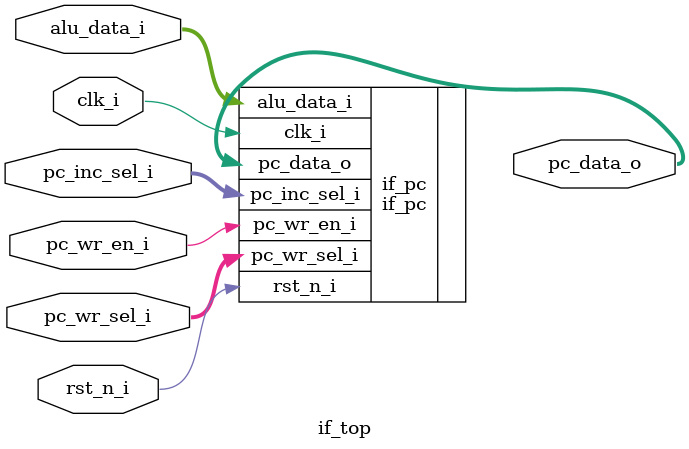
<source format=sv>
/*
 * if_top.sv
 *
 *  Created on: 2020-08-05 12:27
 *      Author: Jack Chen <redchenjs@live.com>
 */

module if_top #(
    parameter XLEN = 32
) (
    input logic clk_i,
    input logic rst_n_i,

    input logic       pc_wr_en_i,
    input logic [1:0] pc_wr_sel_i,
    input logic [1:0] pc_inc_sel_i,

    input logic [XLEN-1:0] alu_data_i,

    output logic [XLEN-1:0] pc_data_o
);

if_pc if_pc(
    .clk_i(clk_i),
    .rst_n_i(rst_n_i),

    .pc_wr_en_i(pc_wr_en_i),
    .pc_wr_sel_i(pc_wr_sel_i),
    .pc_inc_sel_i(pc_inc_sel_i),

    .alu_data_i(alu_data_i),

    .pc_data_o(pc_data_o)
);

endmodule

</source>
